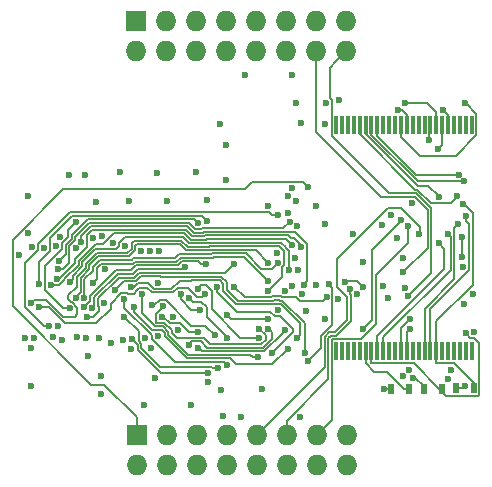
<source format=gbr>
G04 #@! TF.FileFunction,Copper,L4,Bot,Signal*
%FSLAX46Y46*%
G04 Gerber Fmt 4.6, Leading zero omitted, Abs format (unit mm)*
G04 Created by KiCad (PCBNEW 4.0.0-rc1-stable) date Sun 22 Nov 2015 09:54:25 PM ICT*
%MOMM*%
G01*
G04 APERTURE LIST*
%ADD10C,0.100000*%
%ADD11R,1.727200X1.727200*%
%ADD12O,1.727200X1.727200*%
%ADD13R,0.299720X1.597660*%
%ADD14R,0.500000X0.900000*%
%ADD15C,0.600000*%
%ADD16C,0.150000*%
%ADD17C,0.300000*%
G04 APERTURE END LIST*
D10*
D11*
X95821500Y-157670000D03*
D12*
X95821500Y-160210000D03*
X98361500Y-157670000D03*
X98361500Y-160210000D03*
X100901500Y-157670000D03*
X100901500Y-160210000D03*
X103441500Y-157670000D03*
X103441500Y-160210000D03*
X105981500Y-157670000D03*
X105981500Y-160210000D03*
X108521500Y-157670000D03*
X108521500Y-160210000D03*
X111061500Y-157670000D03*
X111061500Y-160210000D03*
X113601500Y-157670000D03*
X113601500Y-160210000D03*
D11*
X95758000Y-122618000D03*
D12*
X95758000Y-125158000D03*
X98298000Y-122618000D03*
X98298000Y-125158000D03*
X100838000Y-122618000D03*
X100838000Y-125158000D03*
X103378000Y-122618000D03*
X103378000Y-125158000D03*
X105918000Y-122618000D03*
X105918000Y-125158000D03*
X108458000Y-122618000D03*
X108458000Y-125158000D03*
X110998000Y-122618000D03*
X110998000Y-125158000D03*
X113538000Y-122618000D03*
X113538000Y-125158000D03*
D13*
X124176020Y-150568660D03*
X123675640Y-150568660D03*
X123177800Y-150568660D03*
X122677420Y-150568660D03*
X122177040Y-150568660D03*
X121676660Y-150568660D03*
X121176280Y-150568660D03*
X120675900Y-150568660D03*
X120175520Y-150568660D03*
X119677680Y-150568660D03*
X119177300Y-150568660D03*
X118676920Y-150568660D03*
X118179080Y-150568660D03*
X117678700Y-150568660D03*
X117178320Y-150568660D03*
X116680480Y-150568660D03*
X116180100Y-150568660D03*
X115679720Y-150568660D03*
X115179340Y-150568660D03*
X114678960Y-150568660D03*
X114178580Y-150568660D03*
X113678200Y-150568660D03*
X113180360Y-150568660D03*
X112679980Y-150568660D03*
X112679980Y-131371340D03*
X113180360Y-131371340D03*
X113678200Y-131371340D03*
X114178580Y-131371340D03*
X114678960Y-131371340D03*
X115179340Y-131371340D03*
X115679720Y-131371340D03*
X116180100Y-131371340D03*
X116680480Y-131371340D03*
X117178320Y-131371340D03*
X117678700Y-131371340D03*
X118179080Y-131371340D03*
X118676920Y-131371340D03*
X119177300Y-131371340D03*
X119677680Y-131371340D03*
X120175520Y-131371340D03*
X120675900Y-131371340D03*
X121176280Y-131371340D03*
X121676660Y-131371340D03*
X122177040Y-131371340D03*
X122677420Y-131371340D03*
X123177800Y-131371340D03*
X123675640Y-131371340D03*
X124176020Y-131371340D03*
D14*
X117373000Y-153746000D03*
X118873000Y-153746000D03*
X120116000Y-153721000D03*
X121616000Y-153721000D03*
X122834000Y-153695000D03*
X124334000Y-153695000D03*
D15*
X106066000Y-151089000D03*
X96258100Y-145738000D03*
X108392000Y-148783000D03*
X100999000Y-150260000D03*
X111875175Y-145968013D03*
X104070000Y-145087000D03*
X101854000Y-152394000D03*
X95423400Y-149509000D03*
X102608000Y-145087000D03*
X107239000Y-150725000D03*
X110048526Y-150687849D03*
X94000500Y-145378000D03*
X94767400Y-147637500D03*
X102677000Y-151989000D03*
X87541100Y-146850100D03*
X101602000Y-145687000D03*
X89077800Y-144411700D03*
X109696000Y-141708000D03*
X106946700Y-147853400D03*
X103454000Y-147489000D03*
X106944000Y-148638000D03*
X100249000Y-150014000D03*
X90129360Y-146921220D03*
X90678500Y-139615000D03*
X89154000Y-143637000D03*
X108797000Y-139580000D03*
X107721400Y-142227300D03*
X88589569Y-144956574D03*
X108954000Y-141591000D03*
X107746800Y-143052800D03*
X91361700Y-146059000D03*
X90632280Y-146029680D03*
X106949000Y-143050000D03*
X108686167Y-143663185D03*
X90170000Y-144704000D03*
X86850400Y-146519000D03*
X106959000Y-145454000D03*
X96172020Y-142062200D03*
X97706180Y-142067280D03*
X112857280Y-146159220D03*
X114942620Y-143047720D03*
X110147100Y-147129500D03*
X118935500Y-147840700D03*
X117868700Y-141008100D03*
X108369100Y-145465800D03*
X114134980Y-140640000D03*
X93791480Y-141408000D03*
X87947696Y-141858000D03*
X89455898Y-149617794D03*
X108630394Y-137385753D03*
X104648000Y-156159200D03*
X103124000Y-156057600D03*
X85859020Y-142418000D03*
X86601320Y-137439000D03*
X86868000Y-153529980D03*
X92798900Y-154191020D03*
X116631486Y-145044030D03*
X109601000Y-156159200D03*
X111846980Y-129585000D03*
X118318000Y-152649000D03*
X99300900Y-148729000D03*
X108991000Y-127140000D03*
X104966000Y-127178000D03*
X112897000Y-129317000D03*
X109313000Y-129577000D03*
X123584000Y-129565000D03*
X124270000Y-145720000D03*
X124396000Y-148895000D03*
X122149000Y-152883000D03*
X100368000Y-155080000D03*
X96443800Y-155156000D03*
X91681300Y-150978000D03*
X100825000Y-135382000D03*
X97548700Y-135484000D03*
X94361000Y-135420000D03*
X91440000Y-135674000D03*
X108632000Y-138849000D03*
X109220000Y-142672000D03*
X92134900Y-140951000D03*
X89342300Y-140853000D03*
X96520000Y-149454000D03*
X97637900Y-144754000D03*
X94684700Y-149639000D03*
X93634700Y-149833000D03*
X97616800Y-149312000D03*
X91554000Y-149454000D03*
X86334600Y-149403000D03*
X91107260Y-141302740D03*
X109928000Y-144922000D03*
X95580200Y-146799300D03*
X108615000Y-150346000D03*
X89204800Y-142887700D03*
X101002000Y-139704000D03*
X87559547Y-144895117D03*
X101732000Y-139530000D03*
X107746800Y-139052300D03*
X88365100Y-148436000D03*
X91564460Y-147642580D03*
X104058000Y-143137000D03*
X106946700Y-144653000D03*
X92103300Y-144758000D03*
X109347000Y-149440900D03*
X95329200Y-145151000D03*
X103454000Y-151689000D03*
X94741700Y-146159000D03*
X106146600Y-149453600D03*
X100972000Y-145280000D03*
X103475000Y-149439000D03*
X100266000Y-146059000D03*
X98036380Y-146733260D03*
X106146600Y-148640800D03*
X99519300Y-145703000D03*
X101194000Y-147049000D03*
X97955100Y-147637500D03*
X101014000Y-148909000D03*
X97132140Y-146679920D03*
X102437000Y-149216000D03*
X92054300Y-146886000D03*
X99906700Y-143455000D03*
X91325700Y-146784060D03*
X101690000Y-143201000D03*
X121733980Y-130118000D03*
X121348500Y-133451600D03*
X123113800Y-135610600D03*
X123557000Y-136188000D03*
X118485000Y-129559000D03*
X120535700Y-132651500D03*
X121361200Y-137464800D03*
X122947000Y-137447000D03*
X123413000Y-138105000D03*
X123705980Y-139127000D03*
X122174000Y-140627100D03*
X121373900Y-141414500D03*
X123352020Y-140864000D03*
X123366000Y-142567020D03*
X123662000Y-149045000D03*
X111744760Y-147845780D03*
X107784900Y-147091400D03*
X106934000Y-138239500D03*
X89166700Y-148437600D03*
X92379800Y-137935000D03*
X92875000Y-140815000D03*
X90629740Y-141848840D03*
X109402880Y-139992100D03*
X109280960Y-137883900D03*
X108948220Y-136745980D03*
X96918780Y-142085060D03*
X93154500Y-143637000D03*
X110977010Y-144957800D03*
X109838077Y-145750045D03*
X94841520Y-141619020D03*
X86917674Y-141713726D03*
X87087161Y-149471627D03*
X108915200Y-145008602D03*
X88991180Y-141634000D03*
X101867000Y-153149000D03*
X97320100Y-152819000D03*
X92748100Y-152641000D03*
X86893400Y-150254000D03*
X101790000Y-137782000D03*
X98336100Y-137846000D03*
X95186500Y-137808000D03*
X90106500Y-135636000D03*
X86639400Y-140526000D03*
X88696800Y-149377000D03*
X93072700Y-146455000D03*
X90728800Y-149352000D03*
X95305300Y-150405000D03*
X97024700Y-150310000D03*
X92612000Y-149414000D03*
X98892100Y-147653000D03*
X109425778Y-143687482D03*
X102920800Y-153847800D03*
X123431020Y-143421000D03*
X118847000Y-152118000D03*
X109728000Y-131204000D03*
X103391000Y-136042000D03*
X117335000Y-139040000D03*
X111747000Y-139827000D03*
X113433860Y-144716500D03*
X114939600Y-145124300D03*
X118948200Y-148653500D03*
X114478957Y-145728307D03*
X106400600Y-153771600D03*
X111780081Y-131318000D03*
X117094000Y-146050000D03*
X119078446Y-137995554D03*
X118332020Y-142690042D03*
X116713000Y-153772000D03*
X119232000Y-152801000D03*
X123596000Y-153518000D03*
X117960000Y-130108000D03*
X102819000Y-131331000D03*
X123482000Y-146596000D03*
X122415000Y-152121000D03*
X103378000Y-133083000D03*
X116548000Y-139890000D03*
X110947000Y-138240000D03*
X119748300Y-140639800D03*
X113886278Y-145285194D03*
X118805864Y-139923986D03*
X114940080Y-148645880D03*
X118191830Y-139493312D03*
X110273000Y-136654300D03*
X118370000Y-143878000D03*
X118783100Y-145910300D03*
X118491809Y-145194000D03*
X123044000Y-139774000D03*
X110337600Y-151409400D03*
X112090196Y-144907000D03*
D16*
X105642000Y-151089000D02*
X106066000Y-151089000D01*
X105417000Y-150864000D02*
X105642000Y-151089000D01*
X100186000Y-150864000D02*
X105417000Y-150864000D01*
X98475900Y-149154000D02*
X100186000Y-150864000D01*
X98475900Y-148892000D02*
X98475900Y-149154000D01*
X98031900Y-148448000D02*
X98475900Y-148892000D01*
X97350800Y-148448000D02*
X98031900Y-148448000D01*
X96258100Y-147355000D02*
X97350800Y-148448000D01*
X96258100Y-145738000D02*
X96258100Y-147355000D01*
X108092000Y-149083000D02*
X108392000Y-148783000D01*
X108092000Y-149098000D02*
X108092000Y-149083000D01*
X106625000Y-150564000D02*
X108092000Y-149098000D01*
X101303000Y-150564000D02*
X106625000Y-150564000D01*
X100999000Y-150260000D02*
X101303000Y-150564000D01*
X109294798Y-145969000D02*
X109593810Y-146268012D01*
X108067000Y-145969000D02*
X109294798Y-145969000D01*
X109593810Y-146268012D02*
X111575176Y-146268012D01*
X104966000Y-145983000D02*
X107204000Y-145983000D01*
X108019000Y-145921000D02*
X108067000Y-145969000D01*
X107266000Y-145921000D02*
X108019000Y-145921000D01*
X111575176Y-146268012D02*
X111875175Y-145968013D01*
X107204000Y-145983000D02*
X107266000Y-145921000D01*
X104070000Y-145087000D02*
X104966000Y-145983000D01*
X97868000Y-152394000D02*
X101854000Y-152394000D01*
X95902000Y-150428000D02*
X97868000Y-152394000D01*
X95902000Y-150037000D02*
X95902000Y-150428000D01*
X95423400Y-149558000D02*
X95902000Y-150037000D01*
X95423400Y-149509000D02*
X95423400Y-149558000D01*
X102608000Y-145511000D02*
X102608000Y-145087000D01*
X104295000Y-147199000D02*
X102608000Y-145511000D01*
X107103000Y-147199000D02*
X104295000Y-147199000D01*
X107521000Y-147616000D02*
X107103000Y-147199000D01*
X107967000Y-147616000D02*
X107521000Y-147616000D01*
X109056000Y-148706000D02*
X107967000Y-147616000D01*
X109056000Y-148908000D02*
X109056000Y-148706000D01*
X107239000Y-150725000D02*
X109056000Y-148908000D01*
X110048526Y-148175526D02*
X110048526Y-150263585D01*
X108142000Y-146269000D02*
X110048526Y-148175526D01*
X107895000Y-146221000D02*
X107942000Y-146269000D01*
X94000500Y-145378000D02*
X94752500Y-144626000D01*
X103433000Y-144711000D02*
X103433000Y-145366000D01*
X107391000Y-146221000D02*
X107895000Y-146221000D01*
X107328000Y-146283000D02*
X107391000Y-146221000D01*
X104351000Y-146283000D02*
X107328000Y-146283000D01*
X102984000Y-144262000D02*
X103433000Y-144711000D01*
X97805500Y-144199000D02*
X97885700Y-144280000D01*
X100301000Y-144262000D02*
X102984000Y-144262000D01*
X96144000Y-144199000D02*
X97805500Y-144199000D01*
X107942000Y-146269000D02*
X108142000Y-146269000D01*
X110048526Y-150263585D02*
X110048526Y-150687849D01*
X94752500Y-144626000D02*
X95717600Y-144626000D01*
X100283000Y-144280000D02*
X100301000Y-144262000D01*
X103433000Y-145366000D02*
X104351000Y-146283000D01*
X97885700Y-144280000D02*
X100283000Y-144280000D01*
X95717600Y-144626000D02*
X96144000Y-144199000D01*
X94767400Y-147637500D02*
X95995000Y-148865100D01*
X95995000Y-148865100D02*
X95995000Y-149706000D01*
X95995000Y-149706000D02*
X96202000Y-149913000D01*
X96202000Y-149913000D02*
X96202000Y-150304000D01*
X96202000Y-150304000D02*
X97767300Y-151869000D01*
X97767300Y-151869000D02*
X102133000Y-151869000D01*
X102133000Y-151869000D02*
X102253000Y-151989000D01*
X102253000Y-151989000D02*
X102677000Y-151989000D01*
X87541100Y-146850100D02*
X88348500Y-146850100D01*
X88348500Y-146850100D02*
X89704400Y-148206000D01*
X89704400Y-148206000D02*
X92388300Y-148206000D01*
X92388300Y-148206000D02*
X93590600Y-147004000D01*
X93590600Y-147004000D02*
X93590600Y-146541000D01*
X93590600Y-146541000D02*
X94483900Y-145639000D01*
X94483900Y-145639000D02*
X94488000Y-145644000D01*
X94489700Y-145634000D02*
X94483900Y-145639000D01*
X94993700Y-145634000D02*
X94489700Y-145634000D01*
X95035900Y-145676000D02*
X94993700Y-145634000D01*
X95581200Y-145676000D02*
X95035900Y-145676000D01*
X95854200Y-145403000D02*
X95581200Y-145676000D01*
X95854200Y-145338000D02*
X95854200Y-145403000D01*
X96022600Y-145169000D02*
X95854200Y-145338000D01*
X96695800Y-145169000D02*
X96022600Y-145169000D01*
X97106000Y-145580000D02*
X96695800Y-145169000D01*
X98865900Y-145580000D02*
X97106000Y-145580000D01*
X99267300Y-145178000D02*
X98865900Y-145580000D01*
X100128000Y-145178000D02*
X99267300Y-145178000D01*
X100937000Y-145987000D02*
X100128000Y-145178000D01*
X101302000Y-145987000D02*
X100937000Y-145987000D01*
X101602000Y-145687000D02*
X101302000Y-145987000D01*
X89077800Y-144411700D02*
X89260600Y-144411700D01*
X90603300Y-143069000D02*
X90603300Y-142792000D01*
X89260600Y-144411700D02*
X90603300Y-143069000D01*
X90603300Y-142792000D02*
X91623600Y-141771000D01*
X91623600Y-141771000D02*
X91623600Y-141120000D01*
X91575400Y-141072000D02*
X91575400Y-140760000D01*
X91623600Y-141120000D02*
X91575400Y-141072000D01*
X91575400Y-140760000D02*
X92045400Y-140290000D01*
X92045400Y-140290000D02*
X99970300Y-140290000D01*
X99970300Y-140290000D02*
X100509000Y-140829000D01*
X109696000Y-141591000D02*
X109696000Y-141708000D01*
X101583000Y-140757000D02*
X108633000Y-140757000D01*
X101510000Y-140829000D02*
X101583000Y-140757000D01*
X108633000Y-140757000D02*
X108876000Y-141001000D01*
X100509000Y-140829000D02*
X101510000Y-140829000D01*
X108876000Y-141001000D02*
X109106000Y-141001000D01*
X109106000Y-141001000D02*
X109696000Y-141591000D01*
X106946700Y-147853400D02*
X106946100Y-147854000D01*
X106946100Y-147854000D02*
X103819000Y-147854000D01*
X103819000Y-147854000D02*
X103454000Y-147489000D01*
X100527000Y-149735000D02*
X100249000Y-150014000D01*
X101217000Y-149735000D02*
X100527000Y-149735000D01*
X101746000Y-150264000D02*
X101217000Y-149735000D01*
X106498000Y-150264000D02*
X101746000Y-150264000D01*
X107244000Y-149518000D02*
X106498000Y-150264000D01*
X107244000Y-148938000D02*
X107244000Y-149518000D01*
X106944000Y-148638000D02*
X107244000Y-148938000D01*
X90129360Y-146921220D02*
X90068400Y-146860260D01*
X90068400Y-146860260D02*
X89550658Y-146860260D01*
X89550658Y-146860260D02*
X88074549Y-145384151D01*
X88074549Y-145384151D02*
X88074549Y-143316651D01*
X88074549Y-143316651D02*
X89506200Y-141885000D01*
X89506200Y-141885000D02*
X89506200Y-141432000D01*
X89506200Y-141432000D02*
X90010200Y-140928000D01*
X90010200Y-140928000D02*
X90010200Y-140283300D01*
X90010200Y-140283300D02*
X90678500Y-139615000D01*
X89154000Y-143637000D02*
X89560711Y-143637000D01*
X89560711Y-143637000D02*
X90106300Y-143091411D01*
X101334000Y-140157000D02*
X108220000Y-140157000D01*
X90106300Y-143091411D02*
X90106300Y-141681000D01*
X90106300Y-141681000D02*
X90610200Y-141177000D01*
X90610200Y-141177000D02*
X90610200Y-140877000D01*
X90610200Y-140877000D02*
X91796900Y-139690000D01*
X91796900Y-139690000D02*
X100219000Y-139690000D01*
X100219000Y-139690000D02*
X100758000Y-140229000D01*
X100758000Y-140229000D02*
X101262000Y-140229000D01*
X101262000Y-140229000D02*
X101334000Y-140157000D01*
X108220000Y-140157000D02*
X108797000Y-139580000D01*
X108954000Y-141591000D02*
X108420000Y-141057000D01*
X108420000Y-141057000D02*
X101708000Y-141057000D01*
X101708000Y-141057000D02*
X101636000Y-141130000D01*
X101636000Y-141130000D02*
X100385000Y-141130000D01*
X100385000Y-141130000D02*
X99846100Y-140590000D01*
X99846100Y-140590000D02*
X93866600Y-140590000D01*
X89645000Y-144479000D02*
X89645000Y-144558240D01*
X93866600Y-140590000D02*
X92980600Y-141476000D01*
X89645000Y-144558240D02*
X89246666Y-144956574D01*
X89246666Y-144956574D02*
X89013833Y-144956574D01*
X89013833Y-144956574D02*
X88589569Y-144956574D01*
X92980600Y-141476000D02*
X92342800Y-141476000D01*
X92342800Y-141476000D02*
X90903300Y-142916000D01*
X90903300Y-142916000D02*
X90903300Y-143220000D01*
X90903300Y-143220000D02*
X89645000Y-144479000D01*
X95381200Y-142841000D02*
X92675400Y-142841000D01*
X107239000Y-143575000D02*
X106357000Y-143575000D01*
X107746800Y-143067200D02*
X107239000Y-143575000D01*
X107746800Y-143052800D02*
X107746800Y-143067200D01*
X106357000Y-143575000D02*
X105067000Y-142285000D01*
X105067000Y-142285000D02*
X102178000Y-142285000D01*
X102178000Y-142285000D02*
X102133000Y-142330000D01*
X99022000Y-142699000D02*
X95522600Y-142699000D01*
X102133000Y-142330000D02*
X99391900Y-142330000D01*
X99391900Y-142330000D02*
X99022000Y-142699000D01*
X92675400Y-142841000D02*
X92103300Y-143413000D01*
X95522600Y-142699000D02*
X95381200Y-142841000D01*
X91361700Y-145635000D02*
X91361700Y-146059000D01*
X91361900Y-144485000D02*
X91361900Y-145635000D01*
X92103300Y-143743000D02*
X91361900Y-144485000D01*
X92103300Y-143413000D02*
X92103300Y-143743000D01*
X91361900Y-145635000D02*
X91361700Y-145635000D01*
X90632280Y-146029680D02*
X90632280Y-145959609D01*
X91061800Y-145530089D02*
X91061800Y-144360000D01*
X90632280Y-145959609D02*
X91061800Y-145530089D01*
X91061800Y-144360000D02*
X91803300Y-143619000D01*
X91803300Y-143619000D02*
X91803300Y-143289000D01*
X91803300Y-143289000D02*
X92551200Y-142541000D01*
X92551200Y-142541000D02*
X95145800Y-142541000D01*
X95145800Y-142541000D02*
X95667300Y-142019000D01*
X95667300Y-142019000D02*
X95667300Y-141676000D01*
X95667300Y-141676000D02*
X95852600Y-141490000D01*
X95852600Y-141490000D02*
X99473300Y-141490000D01*
X99473300Y-141490000D02*
X100012000Y-142030000D01*
X100012000Y-142030000D02*
X102009000Y-142030000D01*
X102009000Y-142030000D02*
X102054000Y-141985000D01*
X102054000Y-141985000D02*
X105884000Y-141985000D01*
X105884000Y-141985000D02*
X106949000Y-143050000D01*
X108032000Y-141357000D02*
X108429000Y-141754000D01*
X99721800Y-140890000D02*
X100261000Y-141430000D01*
X108686167Y-142094167D02*
X108686167Y-143238921D01*
X90391700Y-144413000D02*
X90391700Y-144182000D01*
X91203300Y-143370000D02*
X91203300Y-143040000D01*
X94028400Y-141941000D02*
X94316500Y-141653000D01*
X94316500Y-141367000D02*
X94793300Y-140890000D01*
X101833000Y-141357000D02*
X108032000Y-141357000D01*
X108429000Y-141754000D02*
X108429000Y-141837000D01*
X108429000Y-141837000D02*
X108686167Y-142094167D01*
X108686167Y-143238921D02*
X108686167Y-143663185D01*
X90391700Y-144182000D02*
X91203300Y-143370000D01*
X101760000Y-141430000D02*
X101833000Y-141357000D01*
X100261000Y-141430000D02*
X101760000Y-141430000D01*
X91203300Y-143040000D02*
X92302600Y-141941000D01*
X94793300Y-140890000D02*
X99721800Y-140890000D01*
X92302600Y-141941000D02*
X94028400Y-141941000D01*
X94316500Y-141653000D02*
X94316500Y-141367000D01*
X90391700Y-144413000D02*
X90236800Y-144568000D01*
X90170000Y-144635000D02*
X90391700Y-144413000D01*
X90170000Y-144704000D02*
X90170000Y-144635000D01*
X106959000Y-145454000D02*
X108121000Y-144292000D01*
X108121000Y-144292000D02*
X108121000Y-143447000D01*
X108121000Y-143447000D02*
X108294000Y-143274000D01*
X107849600Y-141657000D02*
X101957000Y-141657000D01*
X108294000Y-142101400D02*
X107849600Y-141657000D01*
X108294000Y-143274000D02*
X108294000Y-142101400D01*
X101885000Y-141730000D02*
X100137000Y-141730000D01*
X101957000Y-141657000D02*
X101885000Y-141730000D01*
X100137000Y-141730000D02*
X99597500Y-141190000D01*
X90301202Y-146403198D02*
X90760500Y-146862496D01*
X95567900Y-141190000D02*
X95367300Y-141391000D01*
X99597500Y-141190000D02*
X95567900Y-141190000D01*
X90760500Y-146862496D02*
X90760500Y-147445000D01*
X88161801Y-146219001D02*
X87150399Y-146219001D01*
X95367300Y-141391000D02*
X95367300Y-141895000D01*
X95021500Y-142241000D02*
X92426900Y-142241000D01*
X95367300Y-141895000D02*
X95021500Y-142241000D01*
X92426900Y-142241000D02*
X91503300Y-143164000D01*
X91503300Y-143164000D02*
X91503300Y-143495000D01*
X91503300Y-143495000D02*
X90725900Y-144272000D01*
X90725900Y-144272000D02*
X90725900Y-145085000D01*
X90725900Y-145085000D02*
X90025200Y-145786000D01*
X90025200Y-145786000D02*
X90025200Y-146165296D01*
X90025200Y-146165296D02*
X90263102Y-146403198D01*
X90263102Y-146403198D02*
X90301202Y-146403198D01*
X90760500Y-147445000D02*
X90552300Y-147653000D01*
X90552300Y-147653000D02*
X89595800Y-147653000D01*
X87150399Y-146219001D02*
X86850400Y-146519000D01*
X89595800Y-147653000D02*
X88161801Y-146219001D01*
X118935500Y-147840700D02*
X118179000Y-148597200D01*
X118179000Y-148597200D02*
X118179000Y-149600500D01*
X119788400Y-134004700D02*
X118179100Y-132395400D01*
X122811000Y-134004700D02*
X119788400Y-134004700D01*
X124551300Y-132264400D02*
X122811000Y-134004700D01*
X124551300Y-130459800D02*
X124551300Y-132264400D01*
X123656500Y-129565000D02*
X124551300Y-130459800D01*
X123584000Y-129565000D02*
X123656500Y-129565000D01*
X118179100Y-131371300D02*
X118179100Y-132395400D01*
X118179000Y-150569000D02*
X118179000Y-149600500D01*
X118179100Y-149600600D02*
X118179100Y-150568700D01*
X118179000Y-149600500D02*
X118179100Y-149600600D01*
X110227999Y-141462999D02*
X110227999Y-144622001D01*
X91107260Y-141302740D02*
X91090880Y-141286360D01*
X91090880Y-141286360D02*
X91090880Y-140820320D01*
X100634000Y-140529000D02*
X101386000Y-140529000D01*
X91090880Y-140820320D02*
X91921200Y-139990000D01*
X91921200Y-139990000D02*
X100095000Y-139990000D01*
X101386000Y-140529000D02*
X101458000Y-140457000D01*
X100095000Y-139990000D02*
X100634000Y-140529000D01*
X101458000Y-140457000D02*
X109222000Y-140457000D01*
X109222000Y-140457000D02*
X110227999Y-141462999D01*
X110227999Y-144622001D02*
X109928000Y-144922000D01*
X95580200Y-146799300D02*
X95580200Y-147248900D01*
X95580200Y-147248900D02*
X97079300Y-148748000D01*
X97079300Y-148748000D02*
X97907600Y-148748000D01*
X97907600Y-148748000D02*
X98175800Y-149016000D01*
X98175800Y-149016000D02*
X98175800Y-149279000D01*
X98175800Y-149279000D02*
X100061000Y-151164000D01*
X100061000Y-151164000D02*
X103681000Y-151164000D01*
X103681000Y-151164000D02*
X104183000Y-151666000D01*
X104183000Y-151666000D02*
X107295000Y-151666000D01*
X107295000Y-151666000D02*
X108615000Y-150346000D01*
X89204800Y-142887700D02*
X89231848Y-142887700D01*
X89231848Y-142887700D02*
X89806200Y-142313348D01*
X91672600Y-139390000D02*
X100688000Y-139390000D01*
X89806200Y-142313348D02*
X89806200Y-141556000D01*
X90310200Y-140753000D02*
X91672600Y-139390000D01*
X89806200Y-141556000D02*
X90310200Y-141052000D01*
X90310200Y-141052000D02*
X90310200Y-140753000D01*
X100688000Y-139390000D02*
X101002000Y-139704000D01*
X88470400Y-140983000D02*
X88470400Y-142110000D01*
X90362900Y-139090000D02*
X88470400Y-140983000D01*
X101732000Y-139530000D02*
X101292000Y-139090000D01*
X101292000Y-139090000D02*
X90362900Y-139090000D01*
X87559547Y-143020853D02*
X87559547Y-144470853D01*
X88470400Y-142110000D02*
X87559547Y-143020853D01*
X87559547Y-144470853D02*
X87559547Y-144895117D01*
X107746800Y-139052300D02*
X107300036Y-139052300D01*
X107300036Y-139052300D02*
X107024736Y-138777000D01*
X107024736Y-138777000D02*
X90179700Y-138777000D01*
X90179700Y-138777000D02*
X87432675Y-141523726D01*
X87432675Y-141523726D02*
X87432675Y-141960927D01*
X87432675Y-141960927D02*
X86325400Y-143068202D01*
X86325400Y-143068202D02*
X86325400Y-146820564D01*
X86325400Y-146820564D02*
X87940836Y-148436000D01*
X87940836Y-148436000D02*
X88365100Y-148436000D01*
X92581600Y-146741000D02*
X92547700Y-146707000D01*
X99654700Y-143980000D02*
X100159000Y-143980000D01*
X95593300Y-144326000D02*
X96019700Y-143899000D01*
X92547700Y-146088000D02*
X94310000Y-144326000D01*
X100159000Y-143980000D02*
X100196000Y-143942000D01*
X100196000Y-143942000D02*
X103253000Y-143942000D01*
X91564460Y-147642580D02*
X92075020Y-147642580D01*
X94310000Y-144326000D02*
X95593300Y-144326000D01*
X92075020Y-147642580D02*
X92581600Y-147136000D01*
X92581600Y-147136000D02*
X92581600Y-146741000D01*
X92547700Y-146707000D02*
X92547700Y-146088000D01*
X96019700Y-143899000D02*
X99574600Y-143899000D01*
X99574600Y-143899000D02*
X99654700Y-143980000D01*
X103253000Y-143942000D02*
X104058000Y-143137000D01*
X106946700Y-144653000D02*
X104878700Y-142585000D01*
X104878700Y-142585000D02*
X102302000Y-142585000D01*
X102302000Y-142585000D02*
X102257000Y-142630000D01*
X102257000Y-142630000D02*
X99516100Y-142630000D01*
X92403300Y-144458000D02*
X92103300Y-144758000D01*
X99516100Y-142630000D02*
X99146200Y-142999000D01*
X99146200Y-142999000D02*
X95646900Y-142999000D01*
X95646900Y-142999000D02*
X95505400Y-143141000D01*
X92799700Y-143141000D02*
X92403300Y-143537000D01*
X95505400Y-143141000D02*
X92799700Y-143141000D01*
X92403300Y-143537000D02*
X92403300Y-144458000D01*
X109638000Y-149149900D02*
X109638000Y-148188000D01*
X109347000Y-149440900D02*
X109638000Y-149149900D01*
X109638000Y-148188000D02*
X108018000Y-146569000D01*
X108018000Y-146569000D02*
X107818000Y-146569000D01*
X107818000Y-146569000D02*
X107770000Y-146521000D01*
X95616800Y-145151000D02*
X95329200Y-145151000D01*
X107453000Y-146583000D02*
X104226000Y-146583000D01*
X107515000Y-146521000D02*
X107453000Y-146583000D01*
X107770000Y-146521000D02*
X107515000Y-146521000D01*
X103133000Y-145490000D02*
X103133000Y-144835000D01*
X104226000Y-146583000D02*
X103133000Y-145490000D01*
X103133000Y-144835000D02*
X102860000Y-144562000D01*
X102860000Y-144562000D02*
X100425000Y-144562000D01*
X100425000Y-144562000D02*
X100407000Y-144580000D01*
X95951400Y-144816000D02*
X95616800Y-145151000D01*
X100407000Y-144580000D02*
X99441600Y-144580000D01*
X99441600Y-144580000D02*
X98741700Y-145280000D01*
X98741700Y-145280000D02*
X97230300Y-145280000D01*
X97230300Y-145280000D02*
X96767000Y-144816000D01*
X96767000Y-144816000D02*
X95951400Y-144816000D01*
X103229000Y-151464000D02*
X103454000Y-151689000D01*
X99013300Y-151464000D02*
X103229000Y-151464000D01*
X97070400Y-149521000D02*
X99013300Y-151464000D01*
X97070400Y-149194000D02*
X97070400Y-149521000D01*
X94741700Y-146865000D02*
X97070400Y-149194000D01*
X94741700Y-146159000D02*
X94741700Y-146865000D01*
X106146600Y-149453600D02*
X104581600Y-149453600D01*
X104581600Y-149453600D02*
X102140000Y-147012000D01*
X102140000Y-147012000D02*
X102140000Y-145454000D01*
X101272000Y-144980000D02*
X100972000Y-145280000D01*
X102140000Y-145454000D02*
X101666000Y-144980000D01*
X101666000Y-144980000D02*
X101272000Y-144980000D01*
X103175000Y-149139000D02*
X103475000Y-149439000D01*
X101719000Y-147684000D02*
X103175000Y-149139000D01*
X101719000Y-146797000D02*
X101719000Y-147684000D01*
X101281000Y-146359000D02*
X101719000Y-146797000D01*
X100566000Y-146359000D02*
X101281000Y-146359000D01*
X100266000Y-146059000D02*
X100566000Y-146359000D01*
X98036380Y-146800620D02*
X97422000Y-147415000D01*
X98036380Y-146733260D02*
X98036380Y-146800620D01*
X97422000Y-148095000D02*
X97475100Y-148148000D01*
X97422000Y-147415000D02*
X97422000Y-148095000D01*
X97475100Y-148148000D02*
X98156100Y-148148000D01*
X98156100Y-148148000D02*
X98775900Y-148768000D01*
X98775900Y-148768000D02*
X98775900Y-148981000D01*
X99229200Y-149435000D02*
X101511000Y-149435000D01*
X98775900Y-148981000D02*
X99229200Y-149435000D01*
X102040000Y-149964000D02*
X106362000Y-149964000D01*
X101511000Y-149435000D02*
X102040000Y-149964000D01*
X106362000Y-149964000D02*
X106719000Y-149608000D01*
X106719000Y-149608000D02*
X106719000Y-149213200D01*
X106719000Y-149213200D02*
X106146600Y-148640800D01*
X99519300Y-146128000D02*
X99519300Y-145703000D01*
X100441000Y-147049000D02*
X99519300Y-146128000D01*
X101194000Y-147049000D02*
X100441000Y-147049000D01*
X97955100Y-147637500D02*
X98070300Y-147637500D01*
X98070300Y-147637500D02*
X98613800Y-148181000D01*
X98613800Y-148181000D02*
X98997200Y-148181000D01*
X98997200Y-148181000D02*
X99000800Y-148178000D01*
X99000800Y-148178000D02*
X99504800Y-148178000D01*
X99504800Y-148178000D02*
X100236000Y-148909000D01*
X100236000Y-148909000D02*
X101014000Y-148909000D01*
X97132140Y-146679920D02*
X97307180Y-146679920D01*
X97307180Y-146679920D02*
X97754100Y-146233000D01*
X97754100Y-146233000D02*
X98282000Y-146233000D01*
X98282000Y-146233000D02*
X100433000Y-148384000D01*
X100433000Y-148384000D02*
X101605000Y-148384000D01*
X101605000Y-148384000D02*
X102437000Y-149216000D01*
X92230700Y-146710000D02*
X92054300Y-146886000D01*
X92230700Y-145981000D02*
X92230700Y-146710000D01*
X94185700Y-144026000D02*
X92230700Y-145981000D01*
X95469000Y-144026000D02*
X94185700Y-144026000D01*
X95895400Y-143599000D02*
X95469000Y-144026000D01*
X99761800Y-143599000D02*
X95895400Y-143599000D01*
X99906700Y-143455000D02*
X99761800Y-143599000D01*
X91382560Y-146784060D02*
X91886900Y-146279720D01*
X95771200Y-143299000D02*
X99271000Y-143299000D01*
X99640900Y-142930000D02*
X100994736Y-142930000D01*
X91325700Y-146784060D02*
X91382560Y-146784060D01*
X99271000Y-143299000D02*
X99640900Y-142930000D01*
X91886900Y-146279720D02*
X91886900Y-145900000D01*
X91886900Y-145900000D02*
X94061400Y-143726000D01*
X94061400Y-143726000D02*
X95344800Y-143726000D01*
X95344800Y-143726000D02*
X95771200Y-143299000D01*
X100994736Y-142930000D02*
X101265736Y-143201000D01*
X101265736Y-143201000D02*
X101690000Y-143201000D01*
X122177000Y-131371300D02*
X122177000Y-130561020D01*
X122177000Y-130561020D02*
X122033979Y-130417999D01*
X122033979Y-130417999D02*
X121733980Y-130118000D01*
X121348500Y-133451600D02*
X121677000Y-133123100D01*
X121677000Y-133123100D02*
X121677000Y-131371300D01*
X121676700Y-131371300D02*
X121677000Y-131371300D01*
X121677000Y-131371000D02*
X121677000Y-131371300D01*
X119482000Y-135623000D02*
X116180000Y-132321000D01*
X123113800Y-135610600D02*
X123101400Y-135623000D01*
X123101400Y-135623000D02*
X119482000Y-135623000D01*
X116180000Y-132321000D02*
X116180000Y-131846000D01*
X116180000Y-131371000D02*
X116180000Y-131846000D01*
X116180100Y-131845900D02*
X116180100Y-131371300D01*
X116180000Y-131846000D02*
X116180100Y-131845900D01*
X115680000Y-131371000D02*
X115680000Y-131808000D01*
X119623000Y-136188000D02*
X123557000Y-136188000D01*
X115680000Y-132245000D02*
X119623000Y-136188000D01*
X115680000Y-131808000D02*
X115680000Y-132245000D01*
X115679700Y-131807700D02*
X115679700Y-131371300D01*
X115680000Y-131808000D02*
X115679700Y-131807700D01*
X120388000Y-129559000D02*
X118485000Y-129559000D01*
X121176000Y-130347000D02*
X120388000Y-129559000D01*
X121176000Y-131371000D02*
X121176000Y-130347000D01*
X121176300Y-131371300D02*
X121176000Y-131371000D01*
X120535700Y-132651500D02*
X120535700Y-132255300D01*
X120535700Y-132255300D02*
X120676000Y-132115000D01*
X120676000Y-132115000D02*
X120676000Y-131743000D01*
X120676000Y-131371000D02*
X120676000Y-131743000D01*
X120675900Y-131742900D02*
X120675900Y-131371300D01*
X120676000Y-131743000D02*
X120675900Y-131742900D01*
X121361200Y-137464800D02*
X121361200Y-137461180D01*
X121361200Y-137461180D02*
X120470540Y-136570520D01*
X120470540Y-136570520D02*
X119581076Y-136570520D01*
X119581076Y-136570520D02*
X115179000Y-132168442D01*
X115179000Y-132168442D02*
X115179000Y-131770000D01*
X115179000Y-131371000D02*
X115179000Y-131770000D01*
X115179300Y-131769700D02*
X115179300Y-131371300D01*
X115179000Y-131770000D02*
X115179300Y-131769700D01*
X122647001Y-137746999D02*
X122947000Y-137447000D01*
X122418000Y-137976000D02*
X122647001Y-137746999D01*
X120684452Y-137976000D02*
X122418000Y-137976000D01*
X114679000Y-132169000D02*
X119380531Y-136870531D01*
X114679000Y-131371000D02*
X114679000Y-132169000D01*
X119578983Y-136870531D02*
X120684452Y-137976000D01*
X119380531Y-136870531D02*
X119578983Y-136870531D01*
X121176000Y-148036000D02*
X121176000Y-149814500D01*
X124269000Y-144943000D02*
X121176000Y-148036000D01*
X124269000Y-138879000D02*
X124269000Y-144943000D01*
X123495000Y-138105000D02*
X124269000Y-138879000D01*
X123413000Y-138105000D02*
X123495000Y-138105000D01*
X124334000Y-153262000D02*
X124334000Y-153695000D01*
X122665000Y-151593000D02*
X124334000Y-153262000D01*
X121176000Y-151593000D02*
X122665000Y-151593000D01*
X121176000Y-149814500D02*
X121176000Y-151593000D01*
X121176300Y-149814800D02*
X121176300Y-150568700D01*
X121176000Y-149814500D02*
X121176300Y-149814800D01*
X123969000Y-143673000D02*
X123969000Y-139814284D01*
X123969000Y-139814284D02*
X123705980Y-139551264D01*
X123705980Y-139551264D02*
X123705980Y-139127000D01*
X120676000Y-146966000D02*
X123969000Y-143673000D01*
X120676000Y-148767500D02*
X120676000Y-146966000D01*
X120676000Y-150569000D02*
X120676000Y-148767500D01*
X120675900Y-148767600D02*
X120675900Y-150568700D01*
X120676000Y-148767500D02*
X120675900Y-148767600D01*
X122381021Y-140834121D02*
X122381021Y-143684979D01*
X122381021Y-143684979D02*
X116680000Y-149386000D01*
X122174000Y-140627100D02*
X122381021Y-140834121D01*
X116680000Y-149386000D02*
X116680000Y-150568700D01*
X116680500Y-150568700D02*
X116680000Y-150568700D01*
X116680000Y-150569000D02*
X116680000Y-150568700D01*
X121373900Y-141414500D02*
X121856009Y-141896609D01*
X121856009Y-141896609D02*
X121856009Y-143610991D01*
X121856009Y-143610991D02*
X116180000Y-149287000D01*
X116180000Y-149287000D02*
X116180000Y-149928000D01*
X116180000Y-150569000D02*
X116180000Y-149928000D01*
X116180100Y-149928100D02*
X116180100Y-150568700D01*
X116180000Y-149928000D02*
X116180100Y-149928100D01*
X123366000Y-140877980D02*
X123352020Y-140864000D01*
X123366000Y-142567020D02*
X123366000Y-140877980D01*
X124037000Y-149420000D02*
X123662000Y-149045000D01*
X124377000Y-149420000D02*
X124037000Y-149420000D01*
X124809000Y-149852000D02*
X124377000Y-149420000D01*
X124809000Y-154295000D02*
X124809000Y-149852000D01*
X124734000Y-154370000D02*
X124809000Y-154295000D01*
X122028000Y-154370000D02*
X124734000Y-154370000D01*
X121378000Y-153721000D02*
X122028000Y-154370000D01*
X121616000Y-153721000D02*
X121378000Y-153721000D01*
X115680000Y-151593000D02*
X115680000Y-151081000D01*
X118470000Y-151593000D02*
X115680000Y-151593000D01*
X118471000Y-151592000D02*
X118470000Y-151593000D01*
X119250000Y-151592000D02*
X118471000Y-151592000D01*
X121378000Y-153721000D02*
X119250000Y-151592000D01*
X115680000Y-151081000D02*
X115680000Y-150569000D01*
X115679700Y-151080700D02*
X115679700Y-150568700D01*
X115680000Y-151081000D02*
X115679700Y-151080700D01*
X113433860Y-144716500D02*
X113524511Y-144625849D01*
X114441149Y-144625849D02*
X114939600Y-145124300D01*
X113524511Y-144625849D02*
X114441149Y-144625849D01*
X118948200Y-148653500D02*
X118677000Y-148924700D01*
X118677000Y-148924700D02*
X118677000Y-150568700D01*
X119396000Y-152801000D02*
X119232000Y-152801000D01*
X120116000Y-153521000D02*
X119396000Y-152801000D01*
X120116000Y-153721000D02*
X120116000Y-153521000D01*
X123419000Y-153695000D02*
X123596000Y-153518000D01*
X122834000Y-153695000D02*
X123419000Y-153695000D01*
X116739000Y-153746000D02*
X116713000Y-153772000D01*
X117373000Y-153746000D02*
X116739000Y-153746000D01*
X118257000Y-130108000D02*
X117960000Y-130108000D01*
X118677000Y-130528000D02*
X118257000Y-130108000D01*
X118677000Y-131371000D02*
X118677000Y-130528000D01*
D17*
X118677000Y-131371200D02*
X118677000Y-131371000D01*
X118676900Y-131371300D02*
X118677000Y-131371200D01*
X118676900Y-150568700D02*
X118677000Y-150568700D01*
D16*
X118677000Y-150569000D02*
X118677000Y-150568700D01*
X119748300Y-140639800D02*
X119754680Y-140633420D01*
X119754680Y-140633420D02*
X119754680Y-140072996D01*
X119754680Y-140072996D02*
X118158333Y-138476649D01*
X118158333Y-138476649D02*
X117047351Y-138476649D01*
X117047351Y-138476649D02*
X112764985Y-142759015D01*
X111735097Y-149357577D02*
X111735097Y-151916403D01*
X111735097Y-151916403D02*
X105981500Y-157670000D01*
X112764985Y-142759015D02*
X112764985Y-145095449D01*
X112764985Y-145095449D02*
X113624809Y-145955273D01*
X113624809Y-145955273D02*
X113624809Y-147922726D01*
X113624809Y-147922726D02*
X112572728Y-148974807D01*
X112572728Y-148974807D02*
X112117867Y-148974807D01*
X112117867Y-148974807D02*
X111735097Y-149357577D01*
X112025108Y-152945078D02*
X112025108Y-149477703D01*
X113914820Y-148042852D02*
X113914820Y-145738000D01*
X113886278Y-145709458D02*
X113886278Y-145285194D01*
X108521500Y-157670000D02*
X108521500Y-156448686D01*
X112692854Y-149264818D02*
X113914820Y-148042852D01*
X112237993Y-149264818D02*
X112692854Y-149264818D01*
X113914820Y-145738000D02*
X113886278Y-145709458D01*
X112025108Y-149477703D02*
X112237993Y-149264818D01*
X108521500Y-156448686D02*
X112025108Y-152945078D01*
X118805864Y-141357036D02*
X118805864Y-140348250D01*
X116060999Y-144101901D02*
X118805864Y-141357036D01*
X116060999Y-148270301D02*
X116060999Y-144101901D01*
X114776471Y-149554829D02*
X116060999Y-148270301D01*
X112358119Y-149554829D02*
X114776471Y-149554829D01*
X112315119Y-149597829D02*
X112358119Y-149554829D01*
X112315119Y-156416381D02*
X112315119Y-149597829D01*
X111061500Y-157670000D02*
X112315119Y-156416381D01*
X118805864Y-140348250D02*
X118805864Y-139923986D01*
X114940080Y-148645880D02*
X115701800Y-147884160D01*
X115701800Y-147884160D02*
X115701800Y-141983342D01*
X115701800Y-141983342D02*
X117891831Y-139793311D01*
X117891831Y-139793311D02*
X118191830Y-139493312D01*
X95821500Y-157670000D02*
X95821500Y-156171900D01*
X95821500Y-156171900D02*
X93041900Y-153392300D01*
X93041900Y-153392300D02*
X91961400Y-153392300D01*
X91961400Y-153392300D02*
X85298600Y-146729500D01*
X85298600Y-146729500D02*
X85298600Y-141113800D01*
X104990200Y-136846600D02*
X105608200Y-136228600D01*
X109847300Y-136228600D02*
X110273000Y-136654300D01*
X85298600Y-141113800D02*
X89565800Y-136846600D01*
X89565800Y-136846600D02*
X104990200Y-136846600D01*
X105608200Y-136228600D02*
X109847300Y-136228600D01*
X116485553Y-137470553D02*
X110998000Y-131983000D01*
X120442009Y-138582115D02*
X119330447Y-137470553D01*
X110998000Y-131983000D02*
X110998000Y-126379314D01*
X119330447Y-137470553D02*
X116485553Y-137470553D01*
X118370000Y-143878000D02*
X120442009Y-141805991D01*
X110998000Y-126379314D02*
X110998000Y-125158000D01*
X120442009Y-141805991D02*
X120442009Y-138582115D01*
X118783100Y-145910300D02*
X120742020Y-143951380D01*
X120742020Y-143951380D02*
X120742020Y-138457847D01*
X120742020Y-138457847D02*
X119454715Y-137170542D01*
X119454715Y-137170542D02*
X117125490Y-137170542D01*
X117125490Y-137170542D02*
X112305119Y-132350171D01*
X112372000Y-129837000D02*
X112372000Y-129333000D01*
X112305119Y-129903881D02*
X112372000Y-129837000D01*
X112305119Y-132350171D02*
X112305119Y-129903881D01*
X112674401Y-126021599D02*
X113538000Y-125158000D01*
X112137000Y-126559000D02*
X112674401Y-126021599D01*
X112137000Y-129098000D02*
X112137000Y-126559000D01*
X112372000Y-129333000D02*
X112137000Y-129098000D01*
X115179000Y-150569000D02*
X115179000Y-151081000D01*
X118398000Y-153746000D02*
X118873000Y-153746000D01*
X116956000Y-152304000D02*
X118398000Y-153746000D01*
X115890000Y-152304000D02*
X116956000Y-152304000D01*
X115179000Y-151593000D02*
X115890000Y-152304000D01*
X115179000Y-151081000D02*
X115179000Y-151593000D01*
X115179300Y-151080700D02*
X115179300Y-150568700D01*
X115179000Y-151081000D02*
X115179300Y-151080700D01*
X120175500Y-150568700D02*
X120176000Y-150568700D01*
X120176000Y-150569000D02*
X120176000Y-150568700D01*
X122712000Y-140106000D02*
X123044000Y-139774000D01*
X122712000Y-144433000D02*
X122712000Y-140106000D01*
X120176000Y-146969000D02*
X122712000Y-144433000D01*
X120176000Y-150568700D02*
X120176000Y-146969000D01*
X112090196Y-144907000D02*
X112367060Y-145183864D01*
X112367060Y-145183864D02*
X112367060Y-148315478D01*
X112367060Y-148315478D02*
X111445087Y-149237451D01*
X111445087Y-149237451D02*
X111445087Y-150301913D01*
X111445087Y-150301913D02*
X110337600Y-151409400D01*
M02*

</source>
